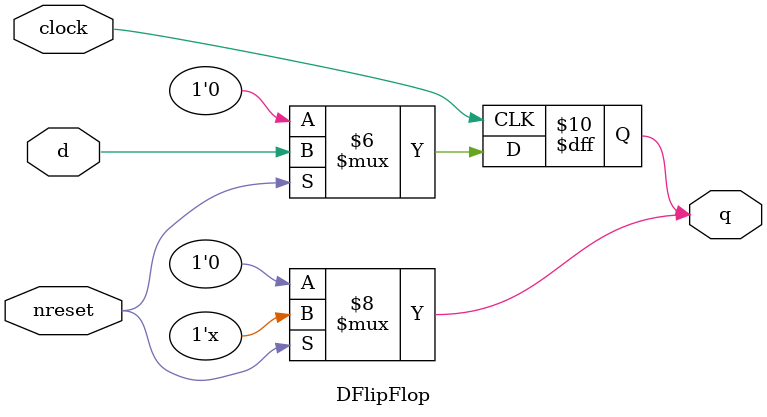
<source format=v>
`timescale 1ns / 1ps


module DFlipFlop(
    output reg q,
    input clock,
    input nreset,
    input d
    );
    always @(nreset) begin
        if (nreset == 0) begin
            q<=0;
        end
    end
    
    always @(posedge clock) begin
        if (nreset == 0) begin
            q<=0;
        end else begin
            q<=d;
        end
    end
endmodule

</source>
